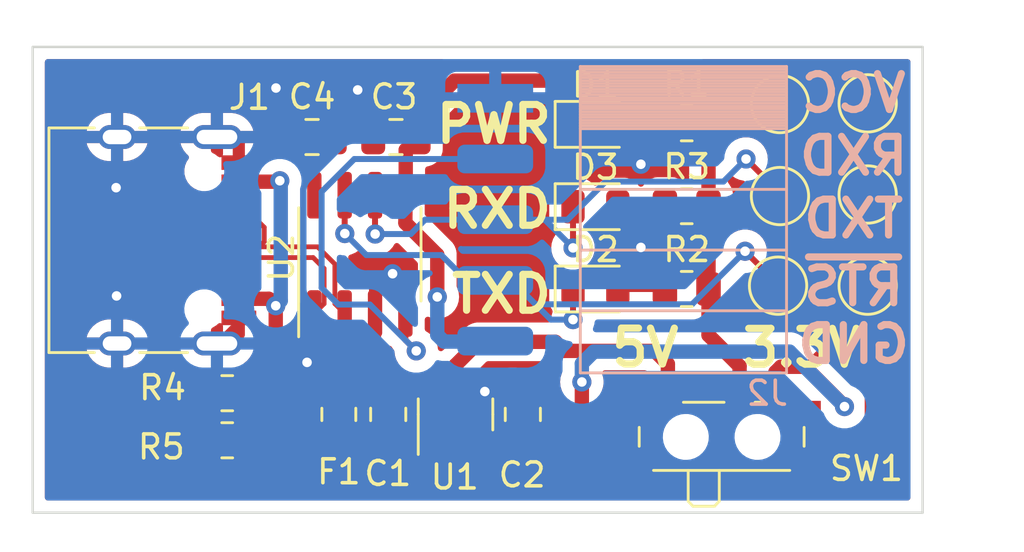
<source format=kicad_pcb>
(kicad_pcb (version 20211014) (generator pcbnew)
  (layers (0 "F.Cu" signal) (31 "B.Cu" signal) (34 "B.Paste" user) (35 "F.Paste" user) (36 "B.SilkS" user "B.Silkscreen") (37 "F.SilkS" user "F.Silkscreen") (38 "B.Mask" user) (39 "F.Mask" user) (44 "Edge.Cuts" user))
  (net 0 "")
  (net 1 "+5V")
  (net 2 "GND")
  (net 3 "+3V3")
  (net 4 "VCC")
  (net 5 "/3V3")
  (net 6 "Net-(D1-Pad2)")
  (net 7 "/RXD")
  (net 8 "Net-(D2-Pad2)")
  (net 9 "/TXD")
  (net 10 "Net-(D3-Pad2)")
  (net 11 "Net-(F1-Pad1)")
  (net 12 "/CC1")
  (net 13 "/USBD+")
  (net 14 "/USBD-")
  (net 16 "/CC2")
  (net 18 "/~{RTS}")
  (footprint "Fuse:Fuse_0805_2012Metric" (layer "F.Cu") (at 75.74 103.8275 90)
    (fp_text reference "F1" (at -2.4025 0 180) (layer "F.SilkS"))
    (fp_text value "Fuse")
    (fp_line (start -0.258578 0.71) (end 0.258578 0.71) (layer "F.SilkS") (width 0.12))
    (fp_line (start -0.258578 -0.71) (end 0.258578 -0.71) (layer "F.SilkS") (width 0.12))
    (pad "1" smd roundrect (at -0.9375 0 90) (size 0.975 1.4) (layers "F.Cu" "F.Paste" "F.Mask") (net 11 "Net-(F1-Pad1)"))
    (pad "2" smd roundrect (at 0.9375 0 90) (size 0.975 1.4) (layers "F.Cu" "F.Paste" "F.Mask") (net 1 "+5V"))
  )
  (footprint "Button_Switch_SMD:SW_SPDT_PCM12" (layer "F.Cu") (at 91.76 104.44)
    (fp_text reference "SW1" (at 6.06 1.65) (layer "F.SilkS"))
    (fp_text value "SW_Push_SPDT")
    (fp_line (start -0.1 3.02) (end -0.3 3.23) (layer "F.SilkS") (width 0.12))
    (fp_line (start -1.4 1.73) (end -1.4 3.02) (layer "F.SilkS") (width 0.12))
    (fp_line (start -1.2 3.23) (end -0.3 3.23) (layer "F.SilkS") (width 0.12))
    (fp_line (start -2.85 1.73) (end 2.85 1.73) (layer "F.SilkS") (width 0.12))
    (fp_line (start -3.45 -0.07) (end -3.45 0.72) (layer "F.SilkS") (width 0.12))
    (fp_line (start 3.45 0.72) (end 3.45 -0.07) (layer "F.SilkS") (width 0.12))
    (fp_line (start -1.4 3.02) (end -1.2 3.23) (layer "F.SilkS") (width 0.12))
    (fp_line (start -1.6 -1.12) (end 0.1 -1.12) (layer "F.SilkS") (width 0.12))
    (fp_line (start -0.1 3.02) (end -0.1 1.73) (layer "F.SilkS") (width 0.12))
    (fp_line (start 1.4 -1.12) (end 1.6 -1.12) (layer "F.SilkS") (width 0.12))
    (pad "" smd rect (at -3.65 -0.78) (size 1 0.8) (layers "F.Cu" "F.Paste" "F.Mask"))
    (pad "" np_thru_hole circle (at 1.5 0.33) (size 0.9 0.9) (drill 0.9) (layers *.Cu *.Mask))
    (pad "" smd rect (at -3.65 1.43) (size 1 0.8) (layers "F.Cu" "F.Paste" "F.Mask"))
    (pad "" smd rect (at 3.65 -0.78) (size 1 0.8) (layers "F.Cu" "F.Paste" "F.Mask"))
    (pad "" np_thru_hole circle (at -1.5 0.33) (size 0.9 0.9) (drill 0.9) (layers *.Cu *.Mask))
    (pad "" smd rect (at 3.65 1.43) (size 1 0.8) (layers "F.Cu" "F.Paste" "F.Mask"))
    (pad "1" smd rect (at -2.25 -1.43) (size 0.7 1.5) (layers "F.Cu" "F.Paste" "F.Mask") (net 1 "+5V"))
    (pad "2" smd rect (at 0.75 -1.43) (size 0.7 1.5) (layers "F.Cu" "F.Paste" "F.Mask") (net 4 "VCC"))
    (pad "3" smd rect (at 2.25 -1.43) (size 0.7 1.5) (layers "F.Cu" "F.Paste" "F.Mask") (net 3 "+3V3"))
  )
  (footprint "TestPoint:TestPoint_Pad_D2.0mm" (layer "F.Cu") (at 97.87 98.44)
    (fp_text reference "TP2" hide)
    (fp_text value "TestPoint" hide)
    (fp_circle (center 0 0) (end 0 1.2) (layer "F.SilkS") (width 0.12) (fill none))
    (pad "1" smd circle (at 0 0) (size 2 2) (layers "F.Cu" "F.Mask") (net 1 "+5V"))
  )
  (footprint "TestPoint:TestPoint_Pad_D2.0mm" (layer "F.Cu") (at 94.2 94.69)
    (fp_text reference "TP6" hide)
    (fp_text value "TestPoint" hide)
    (fp_circle (center 0 0) (end 0 1.2) (layer "F.SilkS") (width 0.12) (fill none))
    (pad "1" smd circle (at 0 0) (size 2 2) (layers "F.Cu" "F.Mask") (net 9 "/TXD"))
  )
  (footprint "Resistor_SMD:R_0805_2012Metric" (layer "F.Cu") (at 90.2975 95.1125)
    (fp_text reference "R3" (at 0 -1.65) (layer "F.SilkS"))
    (fp_text value "1k")
    (fp_line (start -0.227064 -0.735) (end 0.227064 -0.735) (layer "F.SilkS") (width 0.12))
    (fp_line (start -0.227064 0.735) (end 0.227064 0.735) (layer "F.SilkS") (width 0.12))
    (pad "1" smd roundrect (at -0.9125 0) (size 1.025 1.4) (layers "F.Cu" "F.Paste" "F.Mask") (roundrect_rratio 0.243902) (net 10 "Net-(D3-Pad2)"))
    (pad "2" smd roundrect (at 0.9125 0) (size 1.025 1.4) (layers "F.Cu" "F.Paste" "F.Mask") (roundrect_rratio 0.243902) (net 4 "VCC"))
  )
  (footprint "LED_SMD:LED_0805_2012Metric" (layer "F.Cu") (at 86.4775 98.58)
    (fp_text reference "D2" (at 0 -1.65) (layer "F.SilkS"))
    (fp_text value "RX")
    (fp_line (start -1.685 -0.96) (end -1.685 0.96) (layer "F.SilkS") (width 0.12))
    (fp_line (start -1.685 0.96) (end 1 0.96) (layer "F.SilkS") (width 0.12))
    (fp_line (start 1 -0.96) (end -1.685 -0.96) (layer "F.SilkS") (width 0.12))
    (pad "1" smd roundrect (at -0.9375 0) (size 0.975 1.4) (layers "F.Cu" "F.Paste" "F.Mask") (net 7 "/RXD"))
    (pad "2" smd roundrect (at 0.9375 0) (size 0.975 1.4) (layers "F.Cu" "F.Paste" "F.Mask") (net 8 "Net-(D2-Pad2)"))
  )
  (footprint "Connector_USB:USB_C_Receptacle_HRO_TYPE-C-31-M-12" (layer "F.Cu") (at 67.51 96.54 -90)
    (fp_text reference "J1" (at -5.98 -4.49 180) (layer "F.SilkS"))
    (fp_text value "USB_C_Receptacle_USB2.0")
    (fp_line (start -4.7 3.9) (end 4.7 3.9) (layer "F.SilkS") (width 0.12))
    (fp_line (start -4.7 -1.9) (end -4.7 0.1) (layer "F.SilkS") (width 0.12))
    (fp_line (start 4.7 2) (end 4.7 3.9) (layer "F.SilkS") (width 0.12))
    (fp_line (start 4.7 -1.9) (end 4.7 0.1) (layer "F.SilkS") (width 0.12))
    (fp_line (start -4.7 2) (end -4.7 3.9) (layer "F.SilkS") (width 0.12))
    (pad "" np_thru_hole circle (at 2.89 -2.6 270) (size 0.65 0.65) (drill 0.65) (layers *.Cu *.Mask))
    (pad "" np_thru_hole circle (at -2.89 -2.6 270) (size 0.65 0.65) (drill 0.65) (layers *.Cu *.Mask))
    (pad "A1" smd rect (at -3.25 -4.045 270) (size 0.6 1.45) (layers "F.Cu" "F.Paste" "F.Mask") (net 2 "GND"))
    (pad "A4" smd rect (at -2.45 -4.045 270) (size 0.6 1.45) (layers "F.Cu" "F.Paste" "F.Mask") (net 11 "Net-(F1-Pad1)"))
    (pad "A5" smd rect (at -1.25 -4.045 270) (size 0.3 1.45) (layers "F.Cu" "F.Paste" "F.Mask") (net 12 "/CC1"))
    (pad "A6" smd rect (at -0.25 -4.045 270) (size 0.3 1.45) (layers "F.Cu" "F.Paste" "F.Mask") (net 13 "/USBD+"))
    (pad "A7" smd rect (at 0.25 -4.045 270) (size 0.3 1.45) (layers "F.Cu" "F.Paste" "F.Mask") (net 14 "/USBD-"))
    (pad "A8" smd rect (at 1.25 -4.045 270) (size 0.3 1.45) (layers "F.Cu" "F.Paste" "F.Mask"))
    (pad "A9" smd rect (at 2.45 -4.045 270) (size 0.6 1.45) (layers "F.Cu" "F.Paste" "F.Mask") (net 11 "Net-(F1-Pad1)"))
    (pad "A12" smd rect (at 3.25 -4.045 270) (size 0.6 1.45) (layers "F.Cu" "F.Paste" "F.Mask") (net 2 "GND"))
    (pad "B1" smd rect (at 3.25 -4.045 270) (size 0.6 1.45) (layers "F.Cu" "F.Paste" "F.Mask") (net 2 "GND"))
    (pad "B4" smd rect (at 2.45 -4.045 270) (size 0.6 1.45) (layers "F.Cu" "F.Paste" "F.Mask") (net 11 "Net-(F1-Pad1)"))
    (pad "B5" smd rect (at 1.75 -4.045 270) (size 0.3 1.45) (layers "F.Cu" "F.Paste" "F.Mask") (net 16 "/CC2"))
    (pad "B6" smd rect (at 0.75 -4.045 270) (size 0.3 1.45) (layers "F.Cu" "F.Paste" "F.Mask") (net 13 "/USBD+"))
    (pad "B7" smd rect (at -0.75 -4.045 270) (size 0.3 1.45) (layers "F.Cu" "F.Paste" "F.Mask") (net 14 "/USBD-"))
    (pad "B8" smd rect (at -1.75 -4.045 270) (size 0.3 1.45) (layers "F.Cu" "F.Paste" "F.Mask"))
    (pad "B9" smd rect (at -2.45 -4.045 270) (size 0.6 1.45) (layers "F.Cu" "F.Paste" "F.Mask") (net 11 "Net-(F1-Pad1)"))
    (pad "B12" smd rect (at -3.25 -4.045 270) (size 0.6 1.45) (layers "F.Cu" "F.Paste" "F.Mask") (net 2 "GND"))
    (pad "S1" thru_hole oval (at -4.32 -3.13 270) (size 1 2.1) (drill oval 0.6 1.7) (layers *.Cu *.Mask) (net 2 "GND"))
    (pad "S1" thru_hole oval (at 4.32 -3.13 270) (size 1 2.1) (drill oval 0.6 1.7) (layers *.Cu *.Mask) (net 2 "GND"))
    (pad "S1" thru_hole oval (at -4.32 1.05 270) (size 1 1.6) (drill oval 0.6 1.2) (layers *.Cu *.Mask) (net 2 "GND"))
    (pad "S1" thru_hole oval (at 4.32 1.05 270) (size 1 1.6) (drill oval 0.6 1.2) (layers *.Cu *.Mask) (net 2 "GND"))
  )
  (footprint "Capacitor_SMD:C_0805_2012Metric" (layer "F.Cu") (at 77.806666 103.8275 -90)
    (fp_text reference "C1" (at 2.4725 0.016666 -180) (layer "F.SilkS"))
    (fp_text value "0.1uF")
    (fp_line (start -0.261252 -0.735) (end 0.261252 -0.735) (layer "F.SilkS") (width 0.12))
    (fp_line (start -0.261252 0.735) (end 0.261252 0.735) (layer "F.SilkS") (width 0.12))
    (pad "1" smd roundrect (at -0.95 0 270) (size 1 1.45) (layers "F.Cu" "F.Paste" "F.Mask") (net 1 "+5V"))
    (pad "2" smd roundrect (at 0.95 0 270) (size 1 1.45) (layers "F.Cu" "F.Paste" "F.Mask") (net 2 "GND"))
  )
  (footprint "Capacitor_SMD:C_0805_2012Metric" (layer "F.Cu") (at 74.62 92.22)
    (fp_text reference "C4" (at 0 -1.68) (layer "F.SilkS"))
    (fp_text value "0.1uF")
    (fp_line (start -0.261252 -0.735) (end 0.261252 -0.735) (layer "F.SilkS") (width 0.12))
    (fp_line (start -0.261252 0.735) (end 0.261252 0.735) (layer "F.SilkS") (width 0.12))
    (pad "1" smd roundrect (at -0.95 0) (size 1 1.45) (layers "F.Cu" "F.Paste" "F.Mask") (net 5 "/3V3"))
    (pad "2" smd roundrect (at 0.95 0) (size 1 1.45) (layers "F.Cu" "F.Paste" "F.Mask") (net 2 "GND"))
  )
  (footprint "Resistor_SMD:R_0805_2012Metric" (layer "F.Cu") (at 71.07 102.94 180)
    (fp_text reference "R4" (at 2.7075 0.23) (layer "F.SilkS"))
    (fp_text value "5K1")
    (fp_line (start -0.227064 0.735) (end 0.227064 0.735) (layer "F.SilkS") (width 0.12))
    (fp_line (start -0.227064 -0.735) (end 0.227064 -0.735) (layer "F.SilkS") (width 0.12))
    (pad "1" smd roundrect (at -0.9125 0 180) (size 1.025 1.4) (layers "F.Cu" "F.Paste" "F.Mask") (roundrect_rratio 0.243902) (net 2 "GND"))
    (pad "2" smd roundrect (at 0.9125 0 180) (size 1.025 1.4) (layers "F.Cu" "F.Paste" "F.Mask") (roundrect_rratio 0.243902) (net 16 "/CC2"))
  )
  (footprint "TestPoint:TestPoint_Pad_D2.0mm" (layer "F.Cu") (at 94.12 98.44)
    (fp_text reference "TP5" hide)
    (fp_text value "TestPoint" hide)
    (fp_circle (center 0 0) (end 0 1.2) (layer "F.SilkS") (width 0.12) (fill none))
    (pad "1" smd circle (at 0 0) (size 2 2) (layers "F.Cu" "F.Mask") (net 7 "/RXD"))
  )
  (footprint "Package_SO:SOIC-8_3.9x4.9mm_P1.27mm" (layer "F.Cu") (at 76.62 97.13 90)
    (fp_text reference "U2" (at -0.14 -3.28 270) (layer "F.SilkS"))
    (fp_text value "CH340N")
    (fp_line (start 0 -2.56) (end 1.95 -2.56) (layer "F.SilkS") (width 0.12))
    (fp_line (start 0 2.56) (end -1.95 2.56) (layer "F.SilkS") (width 0.12))
    (fp_line (start 0 -2.56) (end -3.45 -2.56) (layer "F.SilkS") (width 0.12))
    (fp_line (start 0 2.56) (end 1.95 2.56) (layer "F.SilkS") (width 0.12))
    (pad "1" smd roundrect (at -2.475 -1.905 90) (size 1.95 0.6) (layers "F.Cu" "F.Paste" "F.Mask") (net 13 "/USBD+"))
    (pad "2" smd roundrect (at -2.475 -0.635 90) (size 1.95 0.6) (layers "F.Cu" "F.Paste" "F.Mask") (net 14 "/USBD-"))
    (pad "3" smd roundrect (at -2.475 0.635 90) (size 1.95 0.6) (layers "F.Cu" "F.Paste" "F.Mask") (net 2 "GND"))
    (pad "4" smd roundrect (at -2.475 1.905 90) (size 1.95 0.6) (layers "F.Cu" "F.Paste" "F.Mask") (net 18 "/~{RTS}"))
    (pad "5" smd roundrect (at 2.475 1.905 90) (size 1.95 0.6) (layers "F.Cu" "F.Paste" "F.Mask") (net 4 "VCC"))
    (pad "6" smd roundrect (at 2.475 0.635 90) (size 1.95 0.6) (layers "F.Cu" "F.Paste" "F.Mask") (net 9 "/TXD"))
    (pad "7" smd roundrect (at 2.475 -0.635 90) (size 1.95 0.6) (layers "F.Cu" "F.Paste" "F.Mask") (net 7 "/RXD"))
    (pad "8" smd roundrect (at 2.475 -1.905 90) (size 1.95 0.6) (layers "F.Cu" "F.Paste" "F.Mask") (net 5 "/3V3"))
  )
  (footprint "Resistor_SMD:R_0805_2012Metric" (layer "F.Cu") (at 71.07 104.91 180)
    (fp_text reference "R5" (at 2.7575 -0.28) (layer "F.SilkS"))
    (fp_text value "5K1")
    (fp_line (start -0.227064 0.735) (end 0.227064 0.735) (layer "F.SilkS") (width 0.12))
    (fp_line (start -0.227064 -0.735) (end 0.227064 -0.735) (layer "F.SilkS") (width 0.12))
    (pad "1" smd roundrect (at -0.9125 0 180) (size 1.025 1.4) (layers "F.Cu" "F.Paste" "F.Mask") (roundrect_rratio 0.243902) (net 2 "GND"))
    (pad "2" smd roundrect (at 0.9125 0 180) (size 1.025 1.4) (layers "F.Cu" "F.Paste" "F.Mask") (roundrect_rratio 0.243902) (net 12 "/CC1"))
  )
  (footprint "Package_TO_SOT_SMD:SOT-23" (layer "F.Cu") (at 80.623332 103.8275 90)
    (fp_text reference "U1" (at -2.6225 -0.033332 180) (layer "F.SilkS"))
    (fp_text value "XC6206PxxxMR")
    (fp_line (start 0 1.56) (end 0.65 1.56) (layer "F.SilkS") (width 0.12))
    (fp_line (start 0 -1.56) (end -1.675 -1.56) (layer "F.SilkS") (width 0.12))
    (fp_line (start 0 -1.56) (end 0.65 -1.56) (layer "F.SilkS") (width 0.12))
    (fp_line (start 0 1.56) (end -0.65 1.56) (layer "F.SilkS") (width 0.12))
    (pad "1" smd roundrect (at -0.9375 -0.95 90) (size 1.475 0.6) (layers "F.Cu" "F.Paste" "F.Mask") (net 2 "GND"))
    (pad "2" smd roundrect (at -0.9375 0.95 90) (size 1.475 0.6) (layers "F.Cu" "F.Paste" "F.Mask") (net 3 "+3V3"))
    (pad "3" smd roundrect (at 0.9375 0 90) (size 1.475 0.6) (layers "F.Cu" "F.Paste" "F.Mask") (net 1 "+5V"))
  )
  (footprint "Capacitor_SMD:C_0805_2012Metric" (layer "F.Cu") (at 83.44 103.8275 90)
    (fp_text reference "C2" (at -2.5325 -0.03 180) (layer "F.SilkS"))
    (fp_text value "0.1uF")
    (fp_line (start -0.261252 -0.735) (end 0.261252 -0.735) (layer "F.SilkS") (width 0.12))
    (fp_line (start -0.261252 0.735) (end 0.261252 0.735) (layer "F.SilkS") (width 0.12))
    (pad "1" smd roundrect (at -0.95 0 90) (size 1 1.45) (layers "F.Cu" "F.Paste" "F.Mask") (net 3 "+3V3"))
    (pad "2" smd roundrect (at 0.95 0 90) (size 1 1.45) (layers "F.Cu" "F.Paste" "F.Mask") (net 2 "GND"))
  )
  (footprint "TestPoint:TestPoint_Pad_D2.0mm" (layer "F.Cu") (at 97.87 94.625)
    (fp_text reference "TP1" hide)
    (fp_text value "TestPoint" hide)
    (fp_circle (center 0 0) (end 0 1.2) (layer "F.SilkS") (width 0.12) (fill none))
    (pad "1" smd circle (at 0 0) (size 2 2) (layers "F.Cu" "F.Mask") (net 3 "+3V3"))
  )
  (footprint "Resistor_SMD:R_0805_2012Metric" (layer "F.Cu") (at 90.2975 91.645)
    (fp_text reference "R1" (at 0 -1.65) (layer "F.SilkS"))
    (fp_text value "330")
    (fp_line (start -0.227064 0.735) (end 0.227064 0.735) (layer "F.SilkS") (width 0.12))
    (fp_line (start -0.227064 -0.735) (end 0.227064 -0.735) (layer "F.SilkS") (width 0.12))
    (pad "1" smd roundrect (at -0.9125 0) (size 1.025 1.4) (layers "F.Cu" "F.Paste" "F.Mask") (roundrect_rratio 0.243902) (net 6 "Net-(D1-Pad2)"))
    (pad "2" smd roundrect (at 0.9125 0) (size 1.025 1.4) (layers "F.Cu" "F.Paste" "F.Mask") (roundrect_rratio 0.243902) (net 4 "VCC"))
  )
  (footprint "TestPoint:TestPoint_Pad_D2.0mm" (layer "F.Cu") (at 97.87 90.81)
    (fp_text reference "TP4" hide)
    (fp_text value "TestPoint" hide)
    (fp_circle (center 0 0) (end 0 1.2) (layer "F.SilkS") (width 0.12) (fill none))
    (pad "1" smd circle (at 0 0) (size 2 2) (layers "F.Cu" "F.Mask") (net 2 "GND"))
  )
  (footprint "TestPoint:TestPoint_Pad_D2.0mm" (layer "F.Cu") (at 94.2 90.84)
    (fp_text reference "TP3" hide)
    (fp_text value "TestPoint" hide)
    (fp_circle (center 0 0) (end 0 1.2) (layer "F.SilkS") (width 0.12) (fill none))
    (pad "1" smd circle (at 0 0) (size 2 2) (layers "F.Cu" "F.Mask") (net 4 "VCC"))
  )
  (footprint "LED_SMD:LED_0805_2012Metric" (layer "F.Cu") (at 86.4775 95.135)
    (fp_text reference "D3" (at 0 -1.65) (layer "F.SilkS"))
    (fp_text value "TX")
    (fp_line (start -1.685 -0.96) (end -1.685 0.96) (layer "F.SilkS") (width 0.12))
    (fp_line (start -1.685 0.96) (end 1 0.96) (layer "F.SilkS") (width 0.12))
    (fp_line (start 1 -0.96) (end -1.685 -0.96) (layer "F.SilkS") (width 0.12))
    (pad "1" smd roundrect (at -0.9375 0) (size 0.975 1.4) (layers "F.Cu" "F.Paste" "F.Mask") (net 9 "/TXD"))
    (pad "2" smd roundrect (at 0.9375 0) (size 0.975 1.4) (layers "F.Cu" "F.Paste" "F.Mask") (net 10 "Net-(D3-Pad2)"))
  )
  (footprint "Resistor_SMD:R_0805_2012Metric" (layer "F.Cu") (at 90.2975 98.58)
    (fp_text reference "R2" (at 0 -1.65) (layer "F.SilkS"))
    (fp_text value "1k")
    (fp_line (start -0.227064 -0.735) (end 0.227064 -0.735) (layer "F.SilkS") (width 0.12))
    (fp_line (start -0.227064 0.735) (end 0.227064 0.735) (layer "F.SilkS") (width 0.12))
    (pad "1" smd roundrect (at -0.9125 0) (size 1.025 1.4) (layers "F.Cu" "F.Paste" "F.Mask") (roundrect_rratio 0.243902) (net 8 "Net-(D2-Pad2)"))
    (pad "2" smd roundrect (at 0.9125 0) (size 1.025 1.4) (layers "F.Cu" "F.Paste" "F.Mask") (roundrect_rratio 0.243902) (net 4 "VCC"))
  )
  (footprint "Capacitor_SMD:C_0805_2012Metric" (layer "F.Cu") (at 78.13 92.22 180)
    (fp_text reference "C3" (at 0.08 1.68) (layer "F.SilkS"))
    (fp_text value "0.1uF")
    (fp_line (start -0.261252 -0.735) (end 0.261252 -0.735) (layer "F.SilkS") (width 0.12))
    (fp_line (start -0.261252 0.735) (end 0.261252 0.735) (layer "F.SilkS") (width 0.12))
    (pad "1" smd roundrect (at -0.95 0 180) (size 1 1.45) (layers "F.Cu" "F.Paste" "F.Mask") (net 4 "VCC"))
    (pad "2" smd roundrect (at 0.95 0 180) (size 1 1.45) (layers "F.Cu" "F.Paste" "F.Mask") (net 2 "GND"))
  )
  (footprint "LED_SMD:LED_0805_2012Metric" (layer "F.Cu") (at 86.4775 91.69)
    (fp_text reference "D1" (at 0 -1.65) (layer "F.SilkS"))
    (fp_text value "PWR")
    (fp_line (start -1.685 -0.96) (end -1.685 0.96) (layer "F.SilkS") (width 0.12))
    (fp_line (start -1.685 0.96) (end 1 0.96) (layer "F.SilkS") (width 0.12))
    (fp_line (start 1 -0.96) (end -1.685 -0.96) (layer "F.SilkS") (width 0.12))
    (pad "1" smd roundrect (at -0.9375 0) (size 0.975 1.4) (layers "F.Cu" "F.Paste" "F.Mask") (net 2 "GND"))
    (pad "2" smd roundrect (at 0.9375 0) (size 0.975 1.4) (layers "F.Cu" "F.Paste" "F.Mask") (net 6 "Net-(D1-Pad2)"))
  )
  (footprint "Connector_PinSocket_2.54mm:PinSocket_1x05P_2.54mm_Horizontal_SMD" (layer "B.Cu") (at 82.286 90.6 180)
    (fp_text reference "J2" (at -11.384 -12.34 unlocked) (layer "B.SilkS") (effects (justify mirror)))
    (fp_text value "Conn_01x05_Female")
    (fp_line (start -12.189 -0.561425) (end -3.559 -0.561425) (layer "B.SilkS") (width 0.12))
    (fp_line (start -12.189 -0.44333) (end -3.559 -0.44333) (layer "B.SilkS") (width 0.12))
    (fp_line (start -12.189 -11.49) (end -3.559 -11.49) (layer "B.SilkS") (width 0.12))
    (fp_line (start -12.189 -0.67952) (end -3.559 -0.67952) (layer "B.SilkS") (width 0.12))
    (fp_line (start -12.189 -0.325235) (end -3.559 -0.325235) (layer "B.SilkS") (width 0.12))
    (fp_line (start -12.189 0.855715) (end -3.559 0.855715) (layer "B.SilkS") (width 0.12))
    (fp_line (start -12.189 1.091905) (end -3.559 1.091905) (layer "B.SilkS") (width 0.12))
    (fp_line (start -12.189 0.97381) (end -3.559 0.97381) (layer "B.SilkS") (width 0.12))
    (fp_line (start -12.189 -1.033805) (end -3.559 -1.033805) (layer "B.SilkS") (width 0.12))
    (fp_line (start -12.189 0.26524) (end -3.559 0.26524) (layer "B.SilkS") (width 0.12))
    (fp_line (start -12.189 1.21) (end -3.559 1.21) (layer "B.SilkS") (width 0.12))
    (fp_line (start -12.189 -0.797615) (end -3.559 -0.797615) (layer "B.SilkS") (width 0.12))
    (fp_line (start -12.189 -8.89) (end -3.559 -8.89) (layer "B.SilkS") (width 0.12))
    (fp_line (start -12.189 0.50143) (end -3.559 0.50143) (layer "B.SilkS") (width 0.12))
    (fp_line (start -12.189 -1.27) (end -3.559 -1.27) (layer "B.SilkS") (width 0.12))
    (fp_line (start -12.189 -0.91571) (end -3.559 -0.91571) (layer "B.SilkS") (width 0.12))
    (fp_line (start -12.189 0.383335) (end -3.559 0.383335) (layer "B.SilkS") (width 0.12))
    (fp_line (start -12.189 0.02905) (end -3.559 0.02905) (layer "B.SilkS") (width 0.12))
    (fp_line (start -3.559 1.33) (end -3.559 -11.49) (layer "B.SilkS") (width 0.12))
    (fp_line (start -12.189 1.33) (end -12.189 -11.49) (layer "B.SilkS") (width 0.12))
    (fp_line (start -12.189 0.73762) (end -3.559 0.73762) (layer "B.SilkS") (width 0.12))
    (fp_line (start -12.189 -0.089045) (end -3.559 -0.089045) (layer "B.SilkS") (width 0.12))
    (fp_line (start -12.189 0.619525) (end -3.559 0.619525) (layer "B.SilkS") (width 0.12))
    (fp_line (start -12.189 -6.35) (end -3.559 -6.35) (layer "B.SilkS") (width 0.12))
    (fp_line (start -12.189 1.33) (end -3.559 1.33) (layer "B.SilkS") (width 0.12))
    (fp_line (start -12.189 -0.20714) (end -3.559 -0.20714) (layer "B.SilkS") (width 0.12))
    (fp_line (start -12.189 -3.81) (end -3.559 -3.81) (layer "B.SilkS") (width 0.12))
    (fp_line (start -12.189 0.147145) (end -3.559 0.147145) (layer "B.SilkS") (width 0.12))
    (fp_line (start -12.189 -1.1519) (end -3.559 -1.1519) (layer "B.SilkS") (width 0.12))
    (pad "1" smd rect (at 0 0 270) (size 1.2 3.17) (layers "B.Cu" "B.Paste" "B.Mask") (net 2 "GND"))
    (pad "2" smd roundrect (at 0 -2.54 270) (size 1.2 3.17) (layers "B.Cu" "B.Paste" "B.Mask") (net 18 "/~{RTS}"))
    (pad "3" smd roundrect (at 0 -5.08 270) (size 1.2 3.17) (layers "B.Cu" "B.Paste" "B.Mask") (net 9 "/TXD"))
    (pad "4" smd roundrect (at 0 -7.62 270) (size 1.2 3.17) (layers "B.Cu" "B.Paste" "B.Mask") (net 7 "/RXD"))
    (pad "5" smd roundrect (at 0 -10.16 270) (size 1.2 3.17) (layers "B.Cu" "B.Paste" "B.Mask") (net 4 "VCC"))
  )
  (gr_rect (start 62.93 88.45) (end 100.17 107.94) (layer "Edge.Cuts") (width 0.1) (fill none))
  (gr_text "~{RTS}" (at 97.28 98.475625) (layer "B.SilkS") (effects (font (size 1.5 1.5) (thickness 0.3)) (justify mirror)))
  (gr_text "TXD" (at 97.28 95.64) (layer "B.SilkS") (effects (font (size 1.5 1.5) (thickness 0.3)) (justify mirror)))
  (gr_text "GND" (at 97.28 100.89125) (layer "B.SilkS") (effects (font (size 1.5 1.5) (thickness 0.3)) (justify mirror)))
  (gr_text "RXD" (at 97.28 93.014375) (layer "B.SilkS") (effects (font (size 1.5 1.5) (thickness 0.3)) (justify mirror)))
  (gr_text "VCC" (at 97.28 90.38875) (layer "B.SilkS") (effects (font (size 1.5 1.5) (thickness 0.3)) (justify mirror)))
  (gr_text "TXD" (at 82.55 98.79) (layer "F.SilkS") (effects (font (size 1.5 1.5) (thickness 0.3))))
  (gr_text "5V" (at 88.566668 101.0375) (layer "F.SilkS") (effects (font (size 1.5 1.5) (thickness 0.3))))
  (gr_text "3.3V" (at 95.106668 101.0475) (layer "F.SilkS") (effects (font (size 1.5 1.5) (thickness 0.3))))
  (gr_text "PWR" (at 82.228572 91.68) (layer "F.SilkS") (effects (font (size 1.5 1.5) (thickness 0.3))))
  (gr_text "RXD" (at 82.371429 95.235) (layer "F.SilkS") (effects (font (size 1.5 1.5) (thickness 0.3))))
  (segment (start 77.806666 102.8775) (end 77.829166 102.9) (width 0.6) (layer "F.Cu") (net 1))
  (segment (start 97.87 98.44) (end 97.87 104.4) (width 0.25) (layer "F.Cu") (net 1))
  (segment (start 94.81 104.88) (end 93.77 105.92) (width 0.25) (layer "F.Cu") (net 1))
  (segment (start 81.6 100.79) (end 84.8 100.79) (width 0.6) (layer "F.Cu") (net 1))
  (segment (start 89.51 101.72) (end 89.51 103.01) (width 0.6) (layer "F.Cu") (net 1))
  (segment (start 80.613332 102.9) (end 80.623332 102.89) (width 0.6) (layer "F.Cu") (net 1))
  (segment (start 88.95 104.2) (end 89.51 103.64) (width 0.25) (layer "F.Cu") (net 1))
  (segment (start 97.87 104.4) (end 97.39 104.88) (width 0.25) (layer "F.Cu") (net 1))
  (segment (start 84.8 100.79) (end 85.18 101.17) (width 0.6) (layer "F.Cu") (net 1))
  (segment (start 77.794166 102.89) (end 77.806666 102.8775) (width 0.6) (layer "F.Cu") (net 1))
  (segment (start 93.77 105.92) (end 89.57 105.92) (width 0.25) (layer "F.Cu") (net 1))
  (segment (start 80.623332 102.89) (end 80.623332 101.766668) (width 0.6) (layer "F.Cu") (net 1))
  (segment (start 77.829166 102.9) (end 80.613332 102.9) (width 0.6) (layer "F.Cu") (net 1))
  (segment (start 80.623332 101.766668) (end 81.6 100.79) (width 0.6) (layer "F.Cu") (net 1))
  (segment (start 89.57 105.92) (end 88.95 105.3) (width 0.25) (layer "F.Cu") (net 1))
  (segment (start 88.95 105.3) (end 88.95 104.2) (width 0.25) (layer "F.Cu") (net 1))
  (segment (start 75.74 102.89) (end 77.794166 102.89) (width 0.6) (layer "F.Cu") (net 1))
  (segment (start 85.18 101.17) (end 88.96 101.17) (width 0.6) (layer "F.Cu") (net 1))
  (segment (start 97.39 104.88) (end 94.81 104.88) (width 0.25) (layer "F.Cu") (net 1))
  (segment (start 88.96 101.17) (end 89.51 101.72) (width 0.6) (layer "F.Cu") (net 1))
  (segment (start 89.51 103.64) (end 89.51 103.01) (width 0.25) (layer "F.Cu") (net 1))
  (segment (start 71.555 99.79) (end 71.555 99.945) (width 0.25) (layer "F.Cu") (net 2))
  (segment (start 71.555 99.945) (end 70.64 100.86) (width 0.25) (layer "F.Cu") (net 2))
  (via (at 66.42 94.34) (size 0.8) (drill 0.4) (layers "F.Cu" "B.Cu") (net 2))
  (via (at 66.44 98.87) (size 0.8) (drill 0.4) (layers "F.Cu" "B.Cu") (net 2))
  (via (at 73.11 90.17) (size 0.8) (drill 0.4) (layers "F.Cu" "B.Cu") (net 2))
  (via (at 88.38 93.36) (size 0.8) (drill 0.4) (layers "F.Cu" "B.Cu") (net 2))
  (via (at 76.53 90.25) (size 0.8) (drill 0.4) (layers "F.Cu" "B.Cu") (net 2))
  (via (at 81.85 102.87) (size 0.8) (drill 0.4) (layers "F.Cu" "B.Cu") (net 2))
  (via (at 88.38 96.84) (size 0.8) (drill 0.4) (layers "F.Cu" "B.Cu") (net 2))
  (via (at 77.99 97.94) (size 0.8) (drill 0.4) (layers "F.Cu" "B.Cu") (net 2))
  (via (at 74.41 101.65) (size 0.8) (drill 0.4) (layers "F.Cu" "B.Cu") (net 2))
  (segment (start 84.8325 104.7775) (end 85.58 104.03) (width 0.6) (layer "F.Cu") (net 3))
  (segment (start 96.9 103.5) (end 96.9 103.49) (width 0.6) (layer "F.Cu") (net 3))
  (segment (start 94.01 102.06) (end 94.01 103.01) (width 0.6) (layer "F.Cu") (net 3))
  (segment (start 83.44 104.7775) (end 84.8325 104.7775) (width 0.6) (layer "F.Cu") (net 3))
  (segment (start 96 101.08) (end 95.245 101.835) (width 0.25) (layer "F.Cu") (net 3))
  (segment (start 83.4275 104.765) (end 83.44 104.7775) (width 0.6) (layer "F.Cu") (net 3))
  (segment (start 85.58 104.03) (end 85.91 103.7) (width 0.6) (layer "F.Cu") (net 3))
  (segment (start 96 96.495) (end 96 101.08) (width 0.25) (layer "F.Cu") (net 3))
  (segment (start 95.245 101.835) (end 94.235 101.835) (width 0.6) (layer "F.Cu") (net 3))
  (segment (start 97.87 94.625) (end 96 96.495) (width 0.25) (layer "F.Cu") (net 3))
  (segment (start 81.573332 104.765) (end 83.4275 104.765) (width 0.6) (layer "F.Cu") (net 3))
  (segment (start 96.9 103.49) (end 95.245 101.835) (width 0.6) (layer "F.Cu") (net 3))
  (segment (start 85.91 103.7) (end 85.91 102.47) (width 0.6) (layer "F.Cu") (net 3))
  (segment (start 94.235 101.835) (end 94.01 102.06) (width 0.6) (layer "F.Cu") (net 3))
  (via (at 85.91 102.47) (size 0.8) (drill 0.4) (layers "F.Cu" "B.Cu") (net 3))
  (via (at 96.9 103.5) (size 0.8) (drill 0.4) (layers "F.Cu" "B.Cu") (net 3))
  (segment (start 94.6 101.2) (end 96.9 103.5) (width 0.6) (layer "B.Cu") (net 3))
  (segment (start 86.41 101.2) (end 94.6 101.2) (width 0.6) (layer "B.Cu") (net 3))
  (segment (start 85.91 102.47) (end 85.91 101.7) (width 0.6) (layer "B.Cu") (net 3))
  (segment (start 85.91 101.7) (end 86.41 101.2) (width 0.6) (layer "B.Cu") (net 3))
  (segment (start 91.45 90.84) (end 91.24 90.63) (width 0.6) (layer "F.Cu") (net 4))
  (segment (start 91.21 95.1125) (end 91.21 98.58) (width 0.6) (layer "F.Cu") (net 4))
  (segment (start 91.24 90.63) (end 91.24 91.6375) (width 0.6) (layer "F.Cu") (net 4))
  (segment (start 94.2 90.84) (end 91.45 90.84) (width 0.6) (layer "F.Cu") (net 4))
  (segment (start 92.51 103.01) (end 92.51 101.81) (width 0.6) (layer "F.Cu") (net 4))
  (segment (start 78.54 92.76) (end 78.54 94.64) (width 0.6) (layer "F.Cu") (net 4))
  (segment (start 92.51 101.81) (end 91.21 100.51) (width 0.6) (layer "F.Cu") (net 4))
  (segment (start 79.08 92.22) (end 79.08 91.36) (width 0.6) (layer "F.Cu") (net 4))
  (segment (start 91.21 91.645) (end 91.21 95.1125) (width 0.6) (layer "F.Cu") (net 4))
  (segment (start 79.86 98.91) (end 79.86 97.15) (width 0.6) (layer "F.Cu") (net 4))
  (segment (start 78.525 94.655) (end 78.525 95.815) (width 0.6) (layer "F.Cu") (net 4))
  (segment (start 79.08 91.36) (end 80.58 89.86) (width 0.6) (layer "F.Cu") (net 4))
  (segment (start 91.24 91.6375) (end 91.2325 91.645) (width 0.6) (layer "F.Cu") (net 4))
  (segment (start 79.86 97.15) (end 78.525 95.815) (width 0.6) (layer "F.Cu") (net 4))
  (segment (start 91.21 100.51) (end 91.21 98.58) (width 0.6) (layer "F.Cu") (net 4))
  (segment (start 90.47 89.86) (end 91.24 90.63) (width 0.6) (layer "F.Cu") (net 4))
  (segment (start 80.58 89.86) (end 90.47 89.86) (width 0.6) (layer "F.Cu") (net 4))
  (segment (start 79.08 92.22) (end 78.54 92.76) (width 0.6) (layer "F.Cu") (net 4))
  (segment (start 78.54 94.64) (end 78.525 94.655) (width 0.6) (layer "F.Cu") (net 4))
  (via (at 79.86 98.91) (size 0.8) (drill 0.4) (layers "F.Cu" "B.Cu") (net 4))
  (segment (start 79.86 98.91) (end 79.86 100.5) (width 0.6) (layer "B.Cu") (net 4))
  (segment (start 79.86 100.5) (end 80.14 100.78) (width 0.6) (layer "B.Cu") (net 4))
  (segment (start 82.266 100.78) (end 82.286 100.76) (width 0.6) (layer "B.Cu") (net 4))
  (segment (start 80.14 100.78) (end 82.266 100.78) (width 0.6) (layer "B.Cu") (net 4))
  (segment (start 74.715 93.495) (end 74.715 94.655) (width 0.25) (layer "F.Cu") (net 5))
  (segment (start 73.67 92.45) (end 74.715 93.495) (width 0.25) (layer "F.Cu") (net 5))
  (segment (start 73.67 92.22) (end 73.67 92.45) (width 0.25) (layer "F.Cu") (net 5))
  (segment (start 89.3625 91.69) (end 89.4075 91.645) (width 0.25) (layer "F.Cu") (net 6))
  (segment (start 87.4375 91.69) (end 89.3625 91.69) (width 0.25) (layer "F.Cu") (net 6))
  (segment (start 75.985 96.255) (end 75.985 94.655) (width 0.25) (layer "F.Cu") (net 7))
  (segment (start 85.54 99.8605) (end 85.54 98.58) (width 0.25) (layer "F.Cu") (net 7))
  (segment (start 94.12 98.54) (end 94.12 98.38) (width 0.25) (layer "F.Cu") (net 7))
  (segment (start 75.99 96.26) (end 75.985 96.255) (width 0.25) (layer "F.Cu") (net 7))
  (segment (start 94.12 98.38) (end 92.74 97) (width 0.25) (layer "F.Cu") (net 7))
  (via (at 85.54 99.8605) (size 0.8) (drill 0.4) (layers "F.Cu" "B.Cu") (net 7))
  (via (at 92.74 97) (size 0.8) (drill 0.4) (layers "F.Cu" "B.Cu") (net 7))
  (via (at 75.99 96.26) (size 0.8) (drill 0.4) (layers "F.Cu" "B.Cu") (net 7))
  (segment (start 80.03 97.16) (end 81.09 98.22) (width 0.25) (layer "B.Cu") (net 7))
  (segment (start 76.89 97.16) (end 80.03 97.16) (width 0.25) (layer "B.Cu") (net 7))
  (segment (start 90.52 99.22) (end 83.97 99.22) (width 0.25) (layer "B.Cu") (net 7))
  (segment (start 84.6105 99.8605) (end 85.54 99.8605) (width 0.25) (layer "B.Cu") (net 7))
  (segment (start 82.97 98.22) (end 83.97 99.22) (width 0.25) (layer "B.Cu") (net 7))
  (segment (start 83.97 99.22) (end 84.21 99.46) (width 0.25) (layer "B.Cu") (net 7))
  (segment (start 75.99 96.26) (end 76.89 97.16) (width 0.25) (layer "B.Cu") (net 7))
  (segment (start 84.21 99.46) (end 84.6105 99.8605) (width 0.25) (layer "B.Cu") (net 7))
  (segment (start 82.286 98.22) (end 82.97 98.22) (width 0.25) (layer "B.Cu") (net 7))
  (segment (start 92.74 97) (end 90.52 99.22) (width 0.25) (layer "B.Cu") (net 7))
  (segment (start 81.09 98.22) (end 82.286 98.22) (width 0.25) (layer "B.Cu") (net 7))
  (segment (start 87.415 98.58) (end 89.385 98.58) (width 0.25) (layer "F.Cu") (net 8))
  (segment (start 85.54 96.86) (end 85.54 95.135) (width 0.25) (layer "F.Cu") (net 9))
  (segment (start 77.255 94.655) (end 77.255 96.275) (width 0.25) (layer "F.Cu") (net 9))
  (segment (start 94.2 94.56) (end 92.78 93.14) (width 0.25) (layer "F.Cu") (net 9))
  (segment (start 77.255 96.275) (end 77.26 96.28) (width 0.25) (layer "F.Cu") (net 9))
  (segment (start 94.2 94.69) (end 94.2 94.56) (width 0.25) (layer "F.Cu") (net 9))
  (via (at 85.54 96.86) (size 0.8) (drill 0.4) (layers "F.Cu" "B.Cu") (net 9))
  (via (at 77.26 96.28) (size 0.8) (drill 0.4) (layers "F.Cu" "B.Cu") (net 9))
  (via (at 92.78 93.14) (size 0.8) (drill 0.4) (layers "F.Cu" "B.Cu") (net 9))
  (segment (start 91.835489 94.084511) (end 86.905489 94.084511) (width 0.25) (layer "B.Cu") (net 9))
  (segment (start 77.26 96.28) (end 78.75 96.28) (width 0.25) (layer "B.Cu") (net 9))
  (segment (start 78.75 96.28) (end 79.35 95.68) (width 0.25) (layer "B.Cu") (net 9))
  (segment (start 86.905489 94.084511) (end 85.31 95.68) (width 0.25) (layer "B.Cu") (net 9))
  (segment (start 79.35 95.68) (end 82.286 95.68) (width 0.25) (layer "B.Cu") (net 9))
  (segment (start 82.286 95.68) (end 84.36 95.68) (width 0.25) (layer "B.Cu") (net 9))
  (segment (start 84.36 95.68) (end 85.54 96.86) (width 0.25) (layer "B.Cu") (net 9))
  (segment (start 92.78 93.14) (end 91.835489 94.084511) (width 0.25) (layer "B.Cu") (net 9))
  (segment (start 85.31 95.68) (end 84.36 95.68) (width 0.25) (layer "B.Cu") (net 9))
  (segment (start 89.3625 95.135) (end 89.385 95.1125) (width 0.25) (layer "F.Cu") (net 10))
  (segment (start 87.415 95.135) (end 89.3625 95.135) (width 0.25) (layer "F.Cu") (net 10))
  (segment (start 71.555 98.99) (end 72.81 98.99) (width 0.6) (layer "F.Cu") (net 11))
  (segment (start 73.1 99.28) (end 73.1 103.64) (width 0.6) (layer "F.Cu") (net 11))
  (segment (start 74.215 104.765) (end 75.74 104.765) (width 0.6) (layer "F.Cu") (net 11))
  (segment (start 74.215 104.765) (end 74.215 104.755) (width 0.6) (layer "F.Cu") (net 11))
  (segment (start 74.215 104.755) (end 73.1 103.64) (width 0.6) (layer "F.Cu") (net 11))
  (segment (start 72.81 98.99) (end 73.1 99.28) (width 0.6) (layer "F.Cu") (net 11))
  (segment (start 73.27 94.05) (end 73.23 94.09) (width 0.6) (layer "F.Cu") (net 11))
  (segment (start 73.23 94.09) (end 71.555 94.09) (width 0.6) (layer "F.Cu") (net 11))
  (via (at 73.1 99.28) (size 0.8) (drill 0.4) (layers "F.Cu" "B.Cu") (net 11))
  (via (at 73.27 94.05) (size 0.8) (drill 0.4) (layers "F.Cu" "B.Cu") (net 11))
  (segment (start 73.27 94.05) (end 73.31 94.09) (width 0.6) (layer "B.Cu") (net 11))
  (segment (start 73.31 99.07) (end 73.1 99.28) (width 0.6) (layer "B.Cu") (net 11))
  (segment (start 73.31 94.09) (end 73.31 99.07) (width 0.6) (layer "B.Cu") (net 11))
  (segment (start 71.555 95.29) (end 69.84 95.29) (width 0.25) (layer "F.Cu") (net 12))
  (segment (start 69.44 104.91) (end 70.1575 104.91) (width 0.25) (layer "F.Cu") (net 12))
  (segment (start 69.84 95.29) (end 68.28 96.85) (width 0.25) (layer "F.Cu") (net 12))
  (segment (start 68.28 103.75) (end 69.44 104.91) (width 0.25) (layer "F.Cu") (net 12))
  (segment (start 68.28 96.85) (end 68.28 103.75) (width 0.25) (layer "F.Cu") (net 12))
  (segment (start 75.124999 97.723199) (end 74.6668 97.265) (width 0.2) (layer "F.Cu") (net 13))
  (segment (start 71.555 97.29) (end 71.928844 97.29) (width 0.2) (layer "F.Cu") (net 13))
  (segment (start 74.6668 97.265) (end 71.953844 97.265) (width 0.2) (layer "F.Cu") (net 13))
  (segment (start 71.928844 97.29) (end 71.953844 97.265) (width 0.2) (layer "F.Cu") (net 13))
  (segment (start 70.53 96.29) (end 70.4 96.42) (width 0.2) (layer "F.Cu") (net 13))
  (segment (start 74.715 99.605) (end 75.124999 99.195001) (width 0.2) (layer "F.Cu") (net 13))
  (segment (start 75.124999 99.195001) (end 75.124999 97.723199) (width 0.2) (layer "F.Cu") (net 13))
  (segment (start 70.4 97.14) (end 70.55 97.29) (width 0.2) (layer "F.Cu") (net 13))
  (segment (start 70.55 97.29) (end 71.555 97.29) (width 0.2) (layer "F.Cu") (net 13))
  (segment (start 70.4 96.42) (end 70.4 97.14) (width 0.2) (layer "F.Cu") (net 13))
  (segment (start 71.555 96.29) (end 70.53 96.29) (width 0.2) (layer "F.Cu") (net 13))
  (segment (start 71.555 96.79) (end 71.928844 96.79) (width 0.2) (layer "F.Cu") (net 14))
  (segment (start 72.62 96.6) (end 72.405 96.815) (width 0.2) (layer "F.Cu") (net 14))
  (segment (start 72.41 95.79) (end 72.62 96) (width 0.2) (layer "F.Cu") (net 14))
  (segment (start 74.8532 96.815) (end 72.405 96.815) (width 0.2) (layer "F.Cu") (net 14))
  (segment (start 75.985 99.605) (end 75.575001 99.195001) (width 0.2) (layer "F.Cu") (net 14))
  (segment (start 75.575001 97.536801) (end 74.8532 96.815) (width 0.2) (layer "F.Cu") (net 14))
  (segment (start 71.928844 96.79) (end 71.953844 96.815) (width 0.2) (layer "F.Cu") (net 14))
  (segment (start 75.575001 99.195001) (end 75.575001 97.536801) (width 0.2) (layer "F.Cu") (net 14))
  (segment (start 72.405 96.815) (end 71.953844 96.815) (width 0.2) (layer "F.Cu") (net 14))
  (segment (start 71.555 95.79) (end 72.41 95.79) (width 0.2) (layer "F.Cu") (net 14))
  (segment (start 72.62 96) (end 72.62 96.6) (width 0.2) (layer "F.Cu") (net 14))
  (segment (start 68.74 99.14) (end 69.59 98.29) (width 0.25) (layer "F.Cu") (net 16))
  (segment (start 69.52 102.94) (end 68.74 102.16) (width 0.25) (layer "F.Cu") (net 16))
  (segment (start 69.59 98.29) (end 71.555 98.29) (width 0.25) (layer "F.Cu") (net 16))
  (segment (start 70.195 102.94) (end 69.52 102.94) (width 0.25) (layer "F.Cu") (net 16))
  (segment (start 68.74 102.16) (end 68.74 99.14) (width 0.25) (layer "F.Cu") (net 16))
  (segment (start 78.525 99.605) (end 78.525 100.715) (width 0.25) (layer "F.Cu") (net 18))
  (segment (start 78.525 100.715) (end 78.98 101.17) (width 0.25) (layer "F.Cu") (net 18))
  (via (at 78.98 101.17) (size 0.8) (drill 0.4) (layers "F.Cu" "B.Cu") (net 18))
  (segment (start 78.98 101.17) (end 77.04 99.23) (width 0.25) (layer "B.Cu") (net 18))
  (segment (start 75.02 98.53) (end 75.02 94.51) (width 0.25) (layer "B.Cu") (net 18))
  (segment (start 75.02 94.51) (end 76.39 93.14) (width 0.25) (layer "B.Cu") (net 18))
  (segment (start 76.39 93.14) (end 82.286 93.14) (width 0.25) (layer "B.Cu") (net 18))
  (segment (start 77.04 99.23) (end 75.72 99.23) (width 0.25) (layer "B.Cu") (net 18))
  (segment (start 75.72 99.23) (end 75.02 98.53) (width 0.25) (layer "B.Cu") (net 18))
  (zone (net 2) (net_name "GND") (layers F&B.Cu) (connect_pads (clearance 0.508)) (min_thickness 0.254) (fill yes (thermal_gap 0.508) (thermal_bridge_width 0.508))
    (polygon (pts (xy 104.412616 108.924862) (xy 62.27 108.72) (xy 62.6 88.2) (xy 104.402616 88.114862)))
  )
)
</source>
